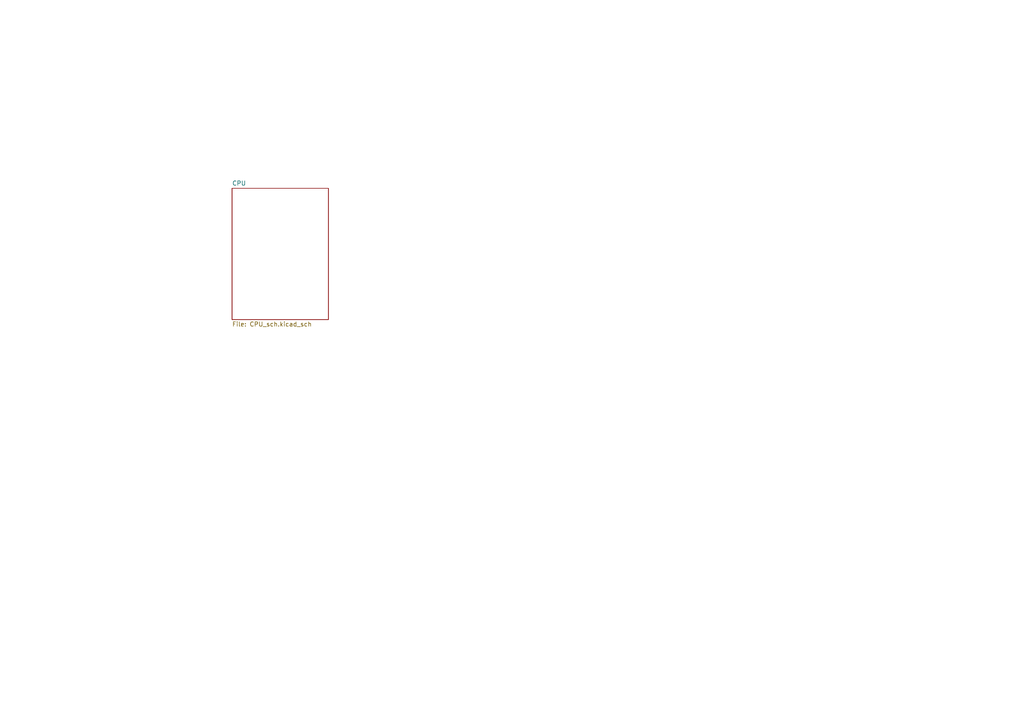
<source format=kicad_sch>
(kicad_sch (version 20230121) (generator eeschema)
  (paper "A4")
  (lib_symbols)
  (sheet (at 67.31 54.61) (size 27.94 38.1) (stroke (width 0.1524))
    (property "Sheetname" "CPU" (at 67.31 53.8984 0) (effects (justify left bottom)))
    (property "Sheetfile" "CPU_sch.kicad_sch" (at 67.31 93.2946 0) (effects (justify left top)))
  )
)
</source>
